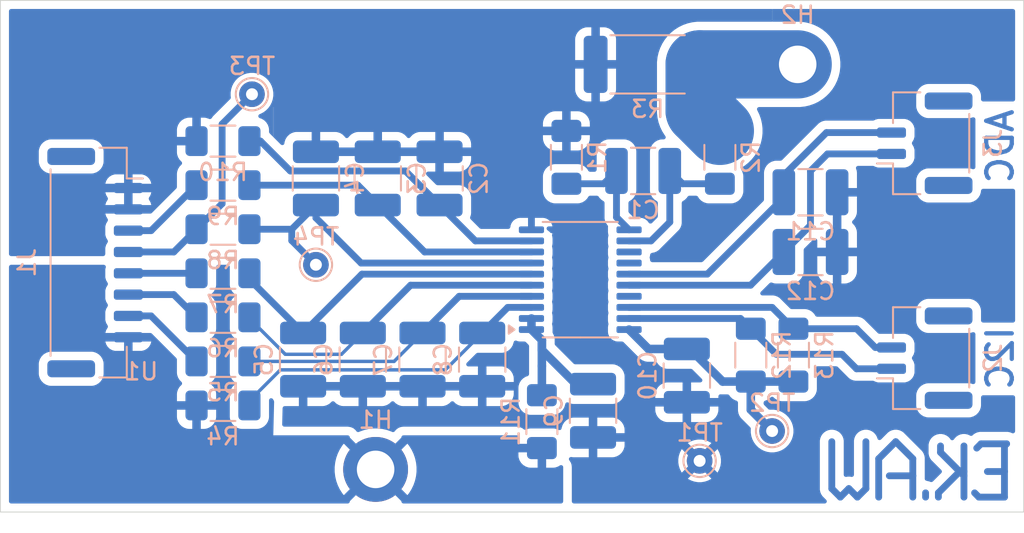
<source format=kicad_pcb>
(kicad_pcb (version 20241229) (generator "pcbnew") (generator_version "9.0")
  (layers (0 "F.Cu" signal) (2 "B.Cu" signal) (13 "F.Paste" user) (15 "B.Paste" user) (5 "F.SilkS" user "F.Silkscreen") (7 "B.SilkS" user "B.Silkscreen") (1 "F.Mask" user) (3 "B.Mask" user) (25 "Edge.Cuts" user))
  (net 0 "")
  (net 1 "BAT+")
  (net 2 "Net-(J1-Pin_3)")
  (net 3 "Net-(J1-Pin_6)")
  (net 4 "Net-(J1-Pin_5)")
  (net 5 "Net-(J1-Pin_4)")
  (net 6 "/Temperature")
  (net 7 "/Cell_voltage")
  (net 8 "GND")
  (net 9 "/3V3")
  (net 10 "Net-(U1-SENSEN)")
  (net 11 "Net-(U1-SENSEP)")
  (net 12 "Net-(U1-VC0)")
  (net 13 "Net-(U1-VC1)")
  (net 14 "Net-(U1-VC2)")
  (net 15 "Net-(U1-VC3)")
  (net 16 "Net-(U1-VC4)")
  (net 17 "Net-(U1-VC5)")
  (net 18 "Net-(U1-VC6)")
  (net 19 "Net-(U1-BAT)")
  (net 20 "BAT-")
  (net 24 "/SCL")
  (net 25 "/SDA")
  (net 26 "Net-(J1-Pin_7)")
  (footprint "Resistor_SMD:R_1206_3216Metric_Pad1.30x1.75mm_HandSolder" (layer "B.Cu") (at 159.750002 103.3 90)
    (property "Reference" "R12" (at 0 1.82 90) (layer "B.SilkS") (effects (justify mirror)))
    (property "Value" "1.2K")
    (fp_line (start 0.727064 -0.91) (end -0.727064 -0.91) (stroke (width 0.12)) (layer "B.SilkS"))
    (fp_line (start 0.727064 0.91) (end -0.727064 0.91) (stroke (width 0.12)) (layer "B.SilkS"))
    (pad "1" smd roundrect (at -1.55 0 90) (size 1.3 1.75) (layers "B.Cu" "B.Mask" "B.Paste") (roundrect_rratio 0.192308) (net 9 "/3V3"))
    (pad "2" smd roundrect (at 1.55 0 90) (size 1.3 1.75) (layers "B.Cu" "B.Mask" "B.Paste") (roundrect_rratio 0.192308) (net 24 "/SCL"))
  )
  (footprint "MountingHole:MountingHole_2.2mm_M2_DIN965_Pad" (layer "B.Cu") (at 162.500002 86.25 180)
    (property "Reference" "H2" (at 0 2.9 0) (layer "B.SilkS") (effects (justify mirror)))
    (property "Value" "MountingHole_Pad")
    (pad "1" thru_hole circle (at 0 0 180) (size 3.8 3.8) (drill 2.2) (layers "*.Cu" "*.Mask") (net 20 "BAT-"))
  )
  (footprint "Resistor_SMD:R_1206_3216Metric_Pad1.30x1.75mm_HandSolder" (layer "B.Cu") (at 157.937502 91.7 90)
    (property "Reference" "R2" (at 0 1.82 90) (layer "B.SilkS") (effects (justify mirror)))
    (property "Value" "1K")
    (fp_line (start 0.727064 -0.91) (end -0.727064 -0.91) (stroke (width 0.12)) (layer "B.SilkS"))
    (fp_line (start 0.727064 0.91) (end -0.727064 0.91) (stroke (width 0.12)) (layer "B.SilkS"))
    (pad "1" smd roundrect (at -1.55 0 90) (size 1.3 1.75) (layers "B.Cu" "B.Mask" "B.Paste") (roundrect_rratio 0.192308) (net 11 "Net-(U1-SENSEP)"))
    (pad "2" smd roundrect (at 1.55 0 90) (size 1.3 1.75) (layers "B.Cu" "B.Mask" "B.Paste") (roundrect_rratio 0.192308) (net 20 "BAT-"))
  )
  (footprint "Resistor_SMD:R_1206_3216Metric_Pad1.30x1.75mm_HandSolder" (layer "B.Cu") (at 148.937502 91.7 90)
    (property "Reference" "R1" (at 0 1.82 90) (layer "B.SilkS") (effects (justify mirror)))
    (property "Value" "1K")
    (fp_line (start 0.727064 -0.91) (end -0.727064 -0.91) (stroke (width 0.12)) (layer "B.SilkS"))
    (fp_line (start 0.727064 0.91) (end -0.727064 0.91) (stroke (width 0.12)) (layer "B.SilkS"))
    (pad "1" smd roundrect (at -1.55 0 90) (size 1.3 1.75) (layers "B.Cu" "B.Mask" "B.Paste") (roundrect_rratio 0.192308) (net 10 "Net-(U1-SENSEN)"))
    (pad "2" smd roundrect (at 1.55 0 90) (size 1.3 1.75) (layers "B.Cu" "B.Mask" "B.Paste") (roundrect_rratio 0.192308) (net 8 "GND"))
  )
  (footprint "TestPoint:TestPoint_THTPad_D1.5mm_Drill0.7mm" (layer "B.Cu") (at 134.25 98 180)
    (property "Reference" "TP4" (at 0 1.648 0) (layer "B.SilkS") (effects (justify mirror)))
    (property "Value" "TestPoint")
    (fp_circle (center 0 0) (end 0 -0.95) (stroke (width 0.12)) (fill no) (layer "B.SilkS"))
    (pad "1" thru_hole circle (at 0 0 180) (size 1.5 1.5) (drill 0.7) (layers "*.Cu" "*.Mask") (net 14 "Net-(U1-VC2)"))
  )
  (footprint "Resistor_SMD:R_1206_3216Metric_Pad1.30x1.75mm_HandSolder" (layer "B.Cu") (at 128.800002 90.75)
    (property "Reference" "R10" (at 0 1.82 0) (layer "B.SilkS") (effects (justify mirror)))
    (property "Value" "100")
    (fp_line (start 0.727064 -0.91) (end -0.727064 -0.91) (stroke (width 0.12)) (layer "B.SilkS"))
    (fp_line (start 0.727064 0.91) (end -0.727064 0.91) (stroke (width 0.12)) (layer "B.SilkS"))
    (pad "1" smd roundrect (at -1.55 0) (size 1.3 1.75) (layers "B.Cu" "B.Mask" "B.Paste") (roundrect_rratio 0.192308) (net 8 "GND"))
    (pad "2" smd roundrect (at 1.55 0) (size 1.3 1.75) (layers "B.Cu" "B.Mask" "B.Paste") (roundrect_rratio 0.192308) (net 12 "Net-(U1-VC0)"))
  )
  (footprint "Capacitor_SMD:C_1210_3225Metric_Pad1.33x2.70mm_HandSolder" (layer "B.Cu") (at 153.437502 92.5)
    (property "Reference" "C1" (at 0 2.3 0) (layer "B.SilkS") (effects (justify mirror)))
    (property "Value" "0.1u")
    (fp_line (start 0.711252 -1.36) (end -0.711252 -1.36) (stroke (width 0.12)) (layer "B.SilkS"))
    (fp_line (start 0.711252 1.36) (end -0.711252 1.36) (stroke (width 0.12)) (layer "B.SilkS"))
    (pad "1" smd roundrect (at -1.5625 0) (size 1.325 2.7) (layers "B.Cu" "B.Mask" "B.Paste") (roundrect_rratio 0.188679) (net 10 "Net-(U1-SENSEN)"))
    (pad "2" smd roundrect (at 1.5625 0) (size 1.325 2.7) (layers "B.Cu" "B.Mask" "B.Paste") (roundrect_rratio 0.188679) (net 11 "Net-(U1-SENSEP)"))
  )
  (footprint "MountingHole:MountingHole_2.2mm_M2_DIN965_Pad" (layer "B.Cu") (at 137.750002 110 180)
    (property "Reference" "H1" (at 0 2.9 0) (layer "B.SilkS") (effects (justify mirror)))
    (property "Value" "MountingHole_Pad")
    (pad "1" thru_hole circle (at 0 0 180) (size 3.8 3.8) (drill 2.2) (layers "*.Cu" "*.Mask") (net 1 "BAT+"))
  )
  (footprint "Resistor_SMD:R_1206_3216Metric_Pad1.30x1.75mm_HandSolder" (layer "B.Cu") (at 128.800002 93.333333)
    (property "Reference" "R9" (at 0 1.82 0) (layer "B.SilkS") (effects (justify mirror)))
    (property "Value" "100")
    (fp_line (start 0.727064 -0.91) (end -0.727064 -0.91) (stroke (width 0.12)) (layer "B.SilkS"))
    (fp_line (start 0.727064 0.91) (end -0.727064 0.91) (stroke (width 0.12)) (layer "B.SilkS"))
    (pad "1" smd roundrect (at -1.55 0) (size 1.3 1.75) (layers "B.Cu" "B.Mask" "B.Paste") (roundrect_rratio 0.192308) (net 2 "Net-(J1-Pin_3)"))
    (pad "2" smd roundrect (at 1.55 0) (size 1.3 1.75) (layers "B.Cu" "B.Mask" "B.Paste") (roundrect_rratio 0.192308) (net 13 "Net-(U1-VC1)"))
  )
  (footprint "Capacitor_SMD:C_1210_3225Metric_Pad1.33x2.70mm_HandSolder" (layer "B.Cu") (at 140.500002 103.5625 -90)
    (property "Reference" "C7" (at 0 2.3 90) (layer "B.SilkS") (effects (justify mirror)))
    (property "Value" "1u")
    (fp_line (start 0.711252 1.36) (end -0.711252 1.36) (stroke (width 0.12)) (layer "B.SilkS"))
    (fp_line (start 0.711252 -1.36) (end -0.711252 -1.36) (stroke (width 0.12)) (layer "B.SilkS"))
    (pad "1" smd roundrect (at -1.5625 0 270) (size 1.325 2.7) (layers "B.Cu" "B.Mask" "B.Paste") (roundrect_rratio 0.188679) (net 17 "Net-(U1-VC5)"))
    (pad "2" smd roundrect (at 1.5625 0 270) (size 1.325 2.7) (layers "B.Cu" "B.Mask" "B.Paste") (roundrect_rratio 0.188679) (net 8 "GND"))
  )
  (footprint "Capacitor_SMD:C_1210_3225Metric_Pad1.33x2.70mm_HandSolder" (layer "B.Cu") (at 137.000002 103.5625 -90)
    (property "Reference" "C6" (at 0 2.3 90) (layer "B.SilkS") (effects (justify mirror)))
    (property "Value" "1u")
    (fp_line (start 0.711252 1.36) (end -0.711252 1.36) (stroke (width 0.12)) (layer "B.SilkS"))
    (fp_line (start 0.711252 -1.36) (end -0.711252 -1.36) (stroke (width 0.12)) (layer "B.SilkS"))
    (pad "1" smd roundrect (at -1.5625 0 270) (size 1.325 2.7) (layers "B.Cu" "B.Mask" "B.Paste") (roundrect_rratio 0.188679) (net 16 "Net-(U1-VC4)"))
    (pad "2" smd roundrect (at 1.5625 0 270) (size 1.325 2.7) (layers "B.Cu" "B.Mask" "B.Paste") (roundrect_rratio 0.188679) (net 8 "GND"))
  )
  (footprint "Capacitor_SMD:C_1210_3225Metric_Pad1.33x2.70mm_HandSolder" (layer "B.Cu") (at 133.500002 103.5625 -90)
    (property "Reference" "C5" (at 0 2.3 90) (layer "B.SilkS") (effects (justify mirror)))
    (property "Value" "1u")
    (fp_line (start 0.711252 1.36) (end -0.711252 1.36) (stroke (width 0.12)) (layer "B.SilkS"))
    (fp_line (start 0.711252 -1.36) (end -0.711252 -1.36) (stroke (width 0.12)) (layer "B.SilkS"))
    (pad "1" smd roundrect (at -1.5625 0 270) (size 1.325 2.7) (layers "B.Cu" "B.Mask" "B.Paste") (roundrect_rratio 0.188679) (net 15 "Net-(U1-VC3)"))
    (pad "2" smd roundrect (at 1.5625 0 270) (size 1.325 2.7) (layers "B.Cu" "B.Mask" "B.Paste") (roundrect_rratio 0.188679) (net 8 "GND"))
  )
  (footprint "TestPoint:TestPoint_THTPad_D1.5mm_Drill0.7mm" (layer "B.Cu") (at 130.5 88 180)
    (property "Reference" "TP3" (at 0 1.648 0) (layer "B.SilkS") (effects (justify mirror)))
    (property "Value" "TestPoint")
    (fp_circle (center 0 0) (end 0 -0.95) (stroke (width 0.12)) (fill no) (layer "B.SilkS"))
    (pad "1" thru_hole circle (at 0 0 180) (size 1.5 1.5) (drill 0.7) (layers "*.Cu" "*.Mask") (net 5 "Net-(J1-Pin_4)"))
  )
  (footprint "Resistor_SMD:R_2512_6332Metric_Pad1.40x3.35mm_HandSolder" (layer "B.Cu") (at 153.7 86.25)
    (property "Reference" "R3" (at 0 2.62 0) (layer "B.SilkS") (effects (justify mirror)))
    (property "Value" "0.003")
    (fp_line (start 2.177064 -1.71) (end -2.177064 -1.71) (stroke (width 0.12)) (layer "B.SilkS"))
    (fp_line (start 2.177064 1.71) (end -2.177064 1.71) (stroke (width 0.12)) (layer "B.SilkS"))
    (pad "1" smd roundrect (at -3.05 0) (size 1.4 3.35) (layers "B.Cu" "B.Mask" "B.Paste") (roundrect_rratio 0.178571) (net 8 "GND"))
    (pad "2" smd roundrect (at 3.05 0) (size 1.4 3.35) (layers "B.Cu" "B.Mask" "B.Paste") (roundrect_rratio 0.178571) (net 20 "BAT-"))
  )
  (footprint "Resistor_SMD:R_1206_3216Metric_Pad1.30x1.75mm_HandSolder" (layer "B.Cu") (at 128.800002 103.666665)
    (property "Reference" "R5" (at 0 1.82 0) (layer "B.SilkS") (effects (justify mirror)))
    (property "Value" "100")
    (fp_line (start 0.727064 -0.91) (end -0.727064 -0.91) (stroke (width 0.12)) (layer "B.SilkS"))
    (fp_line (start 0.727064 0.91) (end -0.727064 0.91) (stroke (width 0.12)) (layer "B.SilkS"))
    (pad "1" smd roundrect (at -1.55 0) (size 1.3 1.75) (layers "B.Cu" "B.Mask" "B.Paste") (roundrect_rratio 0.192308) (net 26 "Net-(J1-Pin_7)"))
    (pad "2" smd roundrect (at 1.55 0) (size 1.3 1.75) (layers "B.Cu" "B.Mask" "B.Paste") (roundrect_rratio 0.192308) (net 17 "Net-(U1-VC5)"))
  )
  (footprint "Connector_JST:JST_GH_BM08B-GHS-TBT_1x08-1MP_P1.25mm_Vertical" (layer "B.Cu") (at 121.3 97.875 -90)
    (property "Reference" "J1" (at 0 4 90) (layer "B.SilkS") (effects (justify mirror)))
    (property "Value" "Conn_01x08_Socket")
    (fp_line (start 5.465 2.61) (end -5.465 2.61) (stroke (width 0.12)) (layer "B.SilkS"))
    (fp_line (start -6.735 -1.86) (end -6.735 -0.26) (stroke (width 0.12)) (layer "B.SilkS"))
    (fp_line (start -4.935 -1.86) (end -6.735 -1.86) (stroke (width 0.12)) (layer "B.SilkS"))
    (fp_line (start 4.935 -1.86) (end 6.735 -1.86) (stroke (width 0.12)) (layer "B.SilkS"))
    (fp_line (start 6.735 -1.86) (end 6.735 -0.26) (stroke (width 0.12)) (layer "B.SilkS"))
    (fp_line (start -4.935 -2.8) (end -4.935 -1.86) (stroke (width 0.12)) (layer "B.SilkS"))
    (pad "1" smd roundrect (at -4.375 -1.95 270) (size 0.6 1.7) (layers "B.Cu" "B.Mask" "B.Paste") (net 8 "GND"))
    (pad "2" smd roundrect (at -3.125 -1.95 270) (size 0.6 1.7) (layers "B.Cu" "B.Mask" "B.Paste") (net 8 "GND"))
    (pad "3" smd roundrect (at -1.875 -1.95 270) (size 0.6 1.7) (layers "B.Cu" "B.Mask" "B.Paste") (net 2 "Net-(J1-Pin_3)"))
    (pad "4" smd roundrect (at -0.625 -1.95 270) (size 0.6 1.7) (layers "B.Cu" "B.Mask" "B.Paste") (net 5 "Net-(J1-Pin_4)"))
    (pad "5" smd roundrect (at 0.625 -1.95 270) (size 0.6 1.7) (layers "B.Cu" "B.Mask" "B.Paste") (net 4 "Net-(J1-Pin_5)"))
    (pad "6" smd roundrect (at 1.875 -1.95 270) (size 0.6 1.7) (layers "B.Cu" "B.Mask" "B.Paste") (net 3 "Net-(J1-Pin_6)"))
    (pad "7" smd roundrect (at 3.125 -1.95 270) (size 0.6 1.7) (layers "B.Cu" "B.Mask" "B.Paste") (net 26 "Net-(J1-Pin_7)"))
    (pad "8" smd roundrect (at 4.375 -1.95 270) (size 0.6 1.7) (layers "B.Cu" "B.Mask" "B.Paste") (net 1 "BAT+"))
    (pad "MP" smd roundrect (at -6.225 1.4 270) (size 1 2.8) (layers "B.Cu" "B.Mask" "B.Paste"))
    (pad "MP" smd roundrect (at 6.225 1.4 270) (size 1 2.8) (layers "B.Cu" "B.Mask" "B.Paste"))
  )
  (footprint "Resistor_SMD:R_1206_3216Metric_Pad1.30x1.75mm_HandSolder" (layer "B.Cu") (at 128.800002 101.083332)
    (property "Reference" "R6" (at 0 1.82 0) (layer "B.SilkS") (effects (justify mirror)))
    (property "Value" "100")
    (fp_line (start 0.727064 -0.91) (end -0.727064 -0.91) (stroke (width 0.12)) (layer "B.SilkS"))
    (fp_line (start 0.727064 0.91) (end -0.727064 0.91) (stroke (width 0.12)) (layer "B.SilkS"))
    (pad "1" smd roundrect (at -1.55 0) (size 1.3 1.75) (layers "B.Cu" "B.Mask" "B.Paste") (roundrect_rratio 0.192308) (net 3 "Net-(J1-Pin_6)"))
    (pad "2" smd roundrect (at 1.55 0) (size 1.3 1.75) (layers "B.Cu" "B.Mask" "B.Paste") (roundrect_rratio 0.192308) (net 16 "Net-(U1-VC4)"))
  )
  (footprint "Resistor_SMD:R_1206_3216Metric_Pad1.30x1.75mm_HandSolder" (layer "B.Cu") (at 147.500002 107.2 -90)
    (property "Reference" "R11" (at 0 1.82 90) (layer "B.SilkS") (effects (justify mirror)))
    (property "Value" "100")
    (fp_line (start 0.727064 0.91) (end -0.727064 0.91) (stroke (width 0.12)) (layer "B.SilkS"))
    (fp_line (start 0.727064 -0.91) (end -0.727064 -0.91) (stroke (width 0.12)) (layer "B.SilkS"))
    (pad "1" smd roundrect (at -1.55 0 270) (size 1.3 1.75) (layers "B.Cu" "B.Mask" "B.Paste") (roundrect_rratio 0.192308) (net 19 "Net-(U1-BAT)"))
    (pad "2" smd roundrect (at 1.55 0 270) (size 1.3 1.75) (layers "B.Cu" "B.Mask" "B.Paste") (roundrect_rratio 0.192308) (net 1 "BAT+"))
  )
  (footprint "Capacitor_SMD:C_1210_3225Metric_Pad1.33x2.70mm_HandSolder" (layer "B.Cu") (at 163.25 97.25)
    (property "Reference" "C12" (at 0 2.3 0) (layer "B.SilkS") (effects (justify mirror)))
    (property "Value" "1u")
    (fp_line (start 0.711252 -1.36) (end -0.711252 -1.36) (stroke (width 0.12)) (layer "B.SilkS"))
    (fp_line (start 0.711252 1.36) (end -0.711252 1.36) (stroke (width 0.12)) (layer "B.SilkS"))
    (pad "1" smd roundrect (at -1.5625 0) (size 1.325 2.7) (layers "B.Cu" "B.Mask" "B.Paste") (roundrect_rratio 0.188679) (net 6 "/Temperature"))
    (pad "2" smd roundrect (at 1.5625 0) (size 1.325 2.7) (layers "B.Cu" "B.Mask" "B.Paste") (roundrect_rratio 0.188679) (net 8 "GND"))
  )
  (footprint "TestPoint:TestPoint_THTPad_D1.5mm_Drill0.7mm" (layer "B.Cu") (at 156.75 109.5 180)
    (property "Reference" "TP1" (at 0 1.648 0) (layer "B.SilkS") (effects (justify mirror)))
    (property "Value" "TestPoint")
    (fp_circle (center 0 0) (end 0 -0.95) (stroke (width 0.12)) (fill no) (layer "B.SilkS"))
    (pad "1" thru_hole circle (at 0 0 180) (size 1.5 1.5) (drill 0.7) (layers "*.Cu" "*.Mask") (net 8 "GND"))
  )
  (footprint "TestPoint:TestPoint_THTPad_D1.5mm_Drill0.7mm" (layer "B.Cu") (at 161.000002 107.75 180)
    (property "Reference" "TP2" (at 0 1.648 0) (layer "B.SilkS") (effects (justify mirror)))
    (property "Value" "TestPoint")
    (fp_circle (center 0 0) (end 0 -0.95) (stroke (width 0.12)) (fill no) (layer "B.SilkS"))
    (pad "1" thru_hole circle (at 0 0 180) (size 1.5 1.5) (drill 0.7) (layers "*.Cu" "*.Mask") (net 9 "/3V3"))
  )
  (footprint "Capacitor_SMD:C_1210_3225Metric_Pad1.33x2.70mm_HandSolder" (layer "B.Cu") (at 137.875002 92.9375 90)
    (property "Reference" "C3" (at 0 2.3 90) (layer "B.SilkS") (effects (justify mirror)))
    (property "Value" "1u")
    (fp_line (start 0.711252 -1.36) (end -0.711252 -1.36) (stroke (width 0.12)) (layer "B.SilkS"))
    (fp_line (start 0.711252 1.36) (end -0.711252 1.36) (stroke (width 0.12)) (layer "B.SilkS"))
    (pad "1" smd roundrect (at -1.5625 0 90) (size 1.325 2.7) (layers "B.Cu" "B.Mask" "B.Paste") (roundrect_rratio 0.188679) (net 13 "Net-(U1-VC1)"))
    (pad "2" smd roundrect (at 1.5625 0 90) (size 1.325 2.7) (layers "B.Cu" "B.Mask" "B.Paste") (roundrect_rratio 0.188679) (net 8 "GND"))
  )
  (footprint "Connector_JST:JST_GH_BM02B-GHS-TBT_1x02-1MP_P1.25mm_Vertical" (layer "B.Cu") (at 169.95 90.875 90)
    (property "Reference" "J3" (at 0 4 90) (layer "B.SilkS") (effects (justify mirror)))
    (property "Value" "Conn_01x02_Pin")
    (fp_line (start -1.185 -2.8) (end -1.185 -1.86) (stroke (width 0.12)) (layer "B.SilkS"))
    (fp_line (start 2.985 -1.86) (end 2.985 -0.26) (stroke (width 0.12)) (layer "B.SilkS"))
    (fp_line (start 1.185 -1.86) (end 2.985 -1.86) (stroke (width 0.12)) (layer "B.SilkS"))
    (fp_line (start -1.185 -1.86) (end -2.985 -1.86) (stroke (width 0.12)) (layer "B.SilkS"))
    (fp_line (start -2.985 -1.86) (end -2.985 -0.26) (stroke (width 0.12)) (layer "B.SilkS"))
    (fp_line (start 1.715 2.61) (end -1.715 2.61) (stroke (width 0.12)) (layer "B.SilkS"))
    (pad "1" smd roundrect (at -0.625 -1.95 90) (size 0.6 1.7) (layers "B.Cu" "B.Mask" "B.Paste") (net 6 "/Temperature"))
    (pad "2" smd roundrect (at 0.625 -1.95 90) (size 0.6 1.7) (layers "B.Cu" "B.Mask" "B.Paste") (net 7 "/Cell_voltage"))
    (pad "MP" smd roundrect (at -2.475 1.4 90) (size 1 2.8) (layers "B.Cu" "B.Mask" "B.Paste"))
    (pad "MP" smd roundrect (at 2.475 1.4 90) (size 1 2.8) (layers "B.Cu" "B.Mask" "B.Paste"))
  )
  (footprint "Capacitor_SMD:C_1210_3225Metric_Pad1.33x2.70mm_HandSolder" (layer "B.Cu") (at 141.500002 92.9375 90)
    (property "Reference" "C2" (at 0 2.3 90) (layer "B.SilkS") (effects (justify mirror)))
    (property "Value" "1u")
    (fp_line (start 0.711252 -1.36) (end -0.711252 -1.36) (stroke (width 0.12)) (layer "B.SilkS"))
    (fp_line (start 0.711252 1.36) (end -0.711252 1.36) (stroke (width 0.12)) (layer "B.SilkS"))
    (pad "1" smd roundrect (at -1.5625 0 90) (size 1.325 2.7) (layers "B.Cu" "B.Mask" "B.Paste") (roundrect_rratio 0.188679) (net 12 "Net-(U1-VC0)"))
    (pad "2" smd roundrect (at 1.5625 0 90) (size 1.325 2.7) (layers "B.Cu" "B.Mask" "B.Paste") (roundrect_rratio 0.188679) (net 8 "GND"))
  )
  (footprint "Capacitor_SMD:C_1210_3225Metric_Pad1.33x2.70mm_HandSolder" (layer "B.Cu") (at 156.000002 104.5 -90)
    (property "Reference" "C10" (at 0 2.3 90) (layer "B.SilkS") (effects (justify mirror)))
    (property "Value" "4.7u")
    (fp_line (start 0.711252 1.36) (end -0.711252 1.36) (stroke (width 0.12)) (layer "B.SilkS"))
    (fp_line (start 0.711252 -1.36) (end -0.711252 -1.36) (stroke (width 0.12)) (layer "B.SilkS"))
    (pad "1" smd roundrect (at -1.5625 0 270) (size 1.325 2.7) (layers "B.Cu" "B.Mask" "B.Paste") (roundrect_rratio 0.188679) (net 9 "/3V3"))
    (pad "2" smd roundrect (at 1.5625 0 270) (size 1.325 2.7) (layers "B.Cu" "B.Mask" "B.Paste") (roundrect_rratio 0.188679) (net 8 "GND"))
  )
  (footprint "Resistor_SMD:R_1206_3216Metric_Pad1.30x1.75mm_HandSolder" (layer "B.Cu") (at 128.800002 95.916666)
    (property "Reference" "R8" (at 0 1.82 0) (layer "B.SilkS") (effects (justify mirror)))
    (property "Value" "100")
    (fp_line (start 0.727064 -0.91) (end -0.727064 -0.91) (stroke (width 0.12)) (layer "B.SilkS"))
    (fp_line (start 0.727064 0.91) (end -0.727064 0.91) (stroke (width 0.12)) (layer "B.SilkS"))
    (pad "1" smd roundrect (at -1.55 0) (size 1.3 1.75) (layers "B.Cu" "B.Mask" "B.Paste") (roundrect_rratio 0.192308) (net 5 "Net-(J1-Pin_4)"))
    (pad "2" smd roundrect (at 1.55 0) (size 1.3 1.75) (layers "B.Cu" "B.Mask" "B.Paste") (roundrect_rratio 0.192308) (net 14 "Net-(U1-VC2)"))
  )
  (footprint "Resistor_SMD:R_1206_3216Metric_Pad1.30x1.75mm_HandSolder" (layer "B.Cu") (at 128.800002 98.499999)
    (property "Reference" "R7" (at 0 1.82 0) (layer "B.SilkS") (effects (justify mirror)))
    (property "Value" "100")
    (fp_line (start 0.727064 -0.91) (end -0.727064 -0.91) (stroke (width 0.12)) (layer "B.SilkS"))
    (fp_line (start 0.727064 0.91) (end -0.727064 0.91) (stroke (width 0.12)) (layer "B.SilkS"))
    (pad "1" smd roundrect (at -1.55 0) (size 1.3 1.75) (layers "B.Cu" "B.Mask" "B.Paste") (roundrect_rratio 0.192308) (net 4 "Net-(J1-Pin_5)"))
    (pad "2" smd roundrect (at 1.55 0) (size 1.3 1.75) (layers "B.Cu" "B.Mask" "B.Paste") (roundrect_rratio 0.192308) (net 15 "Net-(U1-VC3)"))
  )
  (footprint "Connector_JST:JST_GH_BM02B-GHS-TBT_1x02-1MP_P1.25mm_Vertical" (layer "B.Cu") (at 169.95 103.475 90)
    (property "Reference" "J2" (at 0 4 90) (layer "B.SilkS") (effects (justify mirror)))
    (property "Value" "Conn_01x02_Pin")
    (fp_line (start -1.185 -2.8) (end -1.185 -1.86) (stroke (width 0.12)) (layer "B.SilkS"))
    (fp_line (start 2.985 -1.86) (end 2.985 -0.26) (stroke (width 0.12)) (layer "B.SilkS"))
    (fp_line (start 1.185 -1.86) (end 2.985 -1.86) (stroke (width 0.12)) (layer "B.SilkS"))
    (fp_line (start -1.185 -1.86) (end -2.985 -1.86) (stroke (width 0.12)) (layer "B.SilkS"))
    (fp_line (start -2.985 -1.86) (end -2.985 -0.26) (stroke (width 0.12)) (layer "B.SilkS"))
    (fp_line (start 1.715 2.61) (end -1.715 2.61) (stroke (width 0.12)) (layer "B.SilkS"))
    (pad "1" smd roundrect (at -0.625 -1.95 90) (size 0.6 1.7) (layers "B.Cu" "B.Mask" "B.Paste") (net 24 "/SCL"))
    (pad "2" smd roundrect (at 0.625 -1.95 90) (size 0.6 1.7) (layers "B.Cu" "B.Mask" "B.Paste") (net 25 "/SDA"))
    (pad "MP" smd roundrect (at -2.475 1.4 90) (size 1 2.8) (layers "B.Cu" "B.Mask" "B.Paste"))
    (pad "MP" smd roundrect (at 2.475 1.4 90) (size 1 2.8) (layers "B.Cu" "B.Mask" "B.Paste"))
  )
  (footprint "Capacitor_SMD:C_1210_3225Metric_Pad1.33x2.70mm_HandSolder" (layer "B.Cu") (at 150.5 106.5625 -90)
    (property "Reference" "C9" (at 0 2.3 90) (layer "B.SilkS") (effects (justify mirror)))
    (property "Value" "10u")
    (fp_line (start 0.711252 1.36) (end -0.711252 1.36) (stroke (width 0.12)) (layer "B.SilkS"))
    (fp_line (start 0.711252 -1.36) (end -0.711252 -1.36) (stroke (width 0.12)) (layer "B.SilkS"))
    (pad "1" smd roundrect (at -1.5625 0 270) (size 1.325 2.7) (layers "B.Cu" "B.Mask" "B.Paste") (roundrect_rratio 0.188679) (net 19 "Net-(U1-BAT)"))
    (pad "2" smd roundrect (at 1.5625 0 270) (size 1.325 2.7) (layers "B.Cu" "B.Mask" "B.Paste") (roundrect_rratio 0.188679) (net 8 "GND"))
  )
  (footprint "Capacitor_SMD:C_1210_3225Metric_Pad1.33x2.70mm_HandSolder" (layer "B.Cu") (at 163.25 93.75)
    (property "Reference" "C11" (at 0 2.3 0) (layer "B.SilkS") (effects (justify mirror)))
    (property "Value" "0.5u")
    (fp_line (start 0.711252 -1.36) (end -0.711252 -1.36) (stroke (width 0.12)) (layer "B.SilkS"))
    (fp_line (start 0.711252 1.36) (end -0.711252 1.36) (stroke (width 0.12)) (layer "B.SilkS"))
    (pad "1" smd roundrect (at -1.5625 0) (size 1.325 2.7) (layers "B.Cu" "B.Mask" "B.Paste") (roundrect_rratio 0.188679) (net 7 "/Cell_voltage"))
    (pad "2" smd roundrect (at 1.5625 0) (size 1.325 2.7) (layers "B.Cu" "B.Mask" "B.Paste") (roundrect_rratio 0.188679) (net 8 "GND"))
  )
  (footprint "Capacitor_SMD:C_1210_3225Metric_Pad1.33x2.70mm_HandSolder" (layer "B.Cu") (at 134.250002 92.9375 90)
    (property "Reference" "C4" (at 0 2.3 90) (layer "B.SilkS") (effects (justify mirror)))
    (property "Value" "1u")
    (fp_line (start 0.711252 -1.36) (end -0.711252 -1.36) (stroke (width 0.12)) (layer "B.SilkS"))
    (fp_line (start 0.711252 1.36) (end -0.711252 1.36) (stroke (width 0.12)) (layer "B.SilkS"))
    (pad "1" smd roundrect (at -1.5625 0 90) (size 1.325 2.7) (layers "B.Cu" "B.Mask" "B.Paste") (roundrect_rratio 0.188679) (net 14 "Net-(U1-VC2)"))
    (pad "2" smd roundrect (at 1.5625 0 90) (size 1.325 2.7) (layers "B.Cu" "B.Mask" "B.Paste") (roundrect_rratio 0.188679) (net 8 "GND"))
  )
  (footprint "Resistor_SMD:R_1206_3216Metric_Pad1.30x1.75mm_HandSolder" (layer "B.Cu") (at 162.250002 103.3 90)
    (property "Reference" "R13" (at 0 1.82 90) (layer "B.SilkS") (effects (justify mirror)))
    (property "Value" "1.2K")
    (fp_line (start 0.727064 -0.91) (end -0.727064 -0.91) (stroke (width 0.12)) (layer "B.SilkS"))
    (fp_line (start 0.727064 0.91) (end -0.727064 0.91) (stroke (width 0.12)) (layer "B.SilkS"))
    (pad "1" smd roundrect (at -1.55 0 90) (size 1.3 1.75) (layers "B.Cu" "B.Mask" "B.Paste") (roundrect_rratio 0.192308) (net 9 "/3V3"))
    (pad "2" smd roundrect (at 1.55 0 90) (size 1.3 1.75) (layers "B.Cu" "B.Mask" "B.Paste") (roundrect_rratio 0.192308) (net 25 "/SDA"))
  )
  (footprint "Capacitor_SMD:C_1210_3225Metric_Pad1.33x2.70mm_HandSolder" (layer "B.Cu") (at 144.000002 103.5625 -90)
    (property "Reference" "C8" (at 0 2.3 90) (layer "B.SilkS") (effects (justify mirror)))
    (property "Value" "1u")
    (fp_line (start 0.711252 1.36) (end -0.711252 1.36) (stroke (width 0.12)) (layer "B.SilkS"))
    (fp_line (start 0.711252 -1.36) (end -0.711252 -1.36) (stroke (width 0.12)) (layer "B.SilkS"))
    (pad "1" smd roundrect (at -1.5625 0 270) (size 1.325 2.7) (layers "B.Cu" "B.Mask" "B.Paste") (roundrect_rratio 0.188679) (net 18 "Net-(U1-VC6)"))
    (pad "2" smd roundrect (at 1.5625 0 270) (size 1.325 2.7) (layers "B.Cu" "B.Mask" "B.Paste") (roundrect_rratio 0.188679) (net 8 "GND"))
  )
  (footprint "Resistor_SMD:R_1206_3216Metric_Pad1.30x1.75mm_HandSolder" (layer "B.Cu") (at 128.800002 106.25)
    (property "Reference" "R4" (at 0 1.82 0) (layer "B.SilkS") (effects (justify mirror)))
    (property "Value" "100")
    (fp_line (start 0.727064 -0.91) (end -0.727064 -0.91) (stroke (width 0.12)) (layer "B.SilkS"))
    (fp_line (start 0.727064 0.91) (end -0.727064 0.91) (stroke (width 0.12)) (layer "B.SilkS"))
    (pad "1" smd roundrect (at -1.55 0) (size 1.3 1.75) (layers "B.Cu" "B.Mask" "B.Paste") (roundrect_rratio 0.192308) (net 1 "BAT+"))
    (pad "2" smd roundrect (at 1.55 0) (size 1.3 1.75) (layers "B.Cu" "B.Mask" "B.Paste") (roundrect_rratio 0.192308) (net 18 "Net-(U1-VC6)"))
  )
  (footprint "Package_SO:TSSOP-20_4.4x6.5mm_P0.65mm" (layer "B.Cu") (at 149.750002 98.875)
    (property "Reference" "U1" (at -25.75 5.3875 0) (layer "B.SilkS") (effects (justify mirror)))
    (property "Value" "BQ76925PW")
    (fp_line (start -2.2 -3.385) (end 0 -3.385) (stroke (width 0.12)) (layer "B.SilkS"))
    (fp_line (start -2.2 3.385) (end 0 3.385) (stroke (width 0.12)) (layer "B.SilkS"))
    (fp_line (start 2.2 -3.385) (end 0 -3.385) (stroke (width 0.12)) (layer "B.SilkS"))
    (fp_line (start 2.2 3.385) (end 0 3.385) (stroke (width 0.12)) (layer "B.SilkS"))
    (fp_poly (pts (xy -3.86 2.925) (xy -4.19 3.165) (xy -4.19 2.685) (xy -3.86 2.925)) (stroke (width 0.12)) (fill yes) (layer "B.SilkS"))
    (pad "1" smd roundrect (at -2.8625 2.925) (size 1.475 0.4) (layers "B.Cu" "B.Mask" "B.Paste") (net 19 "Net-(U1-BAT)"))
    (pad "2" smd roundrect (at -2.8625 2.275) (size 1.475 0.4) (layers "B.Cu" "B.Mask" "B.Paste") (net 19 "Net-(U1-BAT)"))
    (pad "3" smd roundrect (at -2.8625 1.625) (size 1.475 0.4) (layers "B.Cu" "B.Mask" "B.Paste") (net 18 "Net-(U1-VC6)"))
    (pad "4" smd roundrect (at -2.8625 0.975) (size 1.475 0.4) (layers "B.Cu" "B.Mask" "B.Paste") (net 17 "Net-(U1-VC5)"))
    (pad "5" smd roundrect (at -2.8625 0.325) (size 1.475 0.4) (layers "B.Cu" "B.Mask" "B.Paste") (net 16 "Net-(U1-VC4)"))
    (pad "6" smd roundrect (at -2.8625 -0.325) (size 1.475 0.4) (layers "B.Cu" "B.Mask" "B.Paste") (net 15 "Net-(U1-VC3)"))
    (pad "7" smd roundrect (at -2.8625 -0.975) (size 1.475 0.4) (layers "B.Cu" "B.Mask" "B.Paste") (net 14 "Net-(U1-VC2)"))
    (pad "8" smd roundrect (at -2.8625 -1.625) (size 1.475 0.4) (layers "B.Cu" "B.Mask" "B.Paste") (net 13 "Net-(U1-VC1)"))
    (pad "9" smd roundrect (at -2.8625 -2.275) (size 1.475 0.4) (layers "B.Cu" "B.Mask" "B.Paste") (net 12 "Net-(U1-VC0)"))
    (pad "10" smd roundrect (at -2.8625 -2.925) (size 1.475 0.4) (layers "B.Cu" "B.Mask" "B.Paste") (net 8 "GND"))
    (pad "11" smd roundrect (at 2.8625 -2.925) (size 1.475 0.4) (layers "B.Cu" "B.Mask" "B.Paste") (net 10 "Net-(U1-SENSEN)"))
    (pad "12" smd roundrect (at 2.8625 -2.275) (size 1.475 0.4) (layers "B.Cu" "B.Mask" "B.Paste") (net 11 "Net-(U1-SENSEP)"))
    (pad "13" smd roundrect (at 2.8625 -1.625) (size 1.475 0.4) (layers "B.Cu" "B.Mask" "B.Paste"))
    (pad "14" smd roundrect (at 2.8625 -0.975) (size 1.475 0.4) (layers "B.Cu" "B.Mask" "B.Paste"))
    (pad "15" smd roundrect (at 2.8625 -0.325) (size 1.475 0.4) (layers "B.Cu" "B.Mask" "B.Paste") (net 7 "/Cell_voltage"))
    (pad "16" smd roundrect (at 2.8625 0.325) (size 1.475 0.4) (layers "B.Cu" "B.Mask" "B.Paste") (net 6 "/Temperature"))
    (pad "17" smd roundrect (at 2.8625 0.975) (size 1.475 0.4) (layers "B.Cu" "B.Mask" "B.Paste"))
    (pad "18" smd roundrect (at 2.8625 1.625) (size 1.475 0.4) (layers "B.Cu" "B.Mask" "B.Paste") (net 25 "/SDA"))
    (pad "19" smd roundrect (at 2.8625 2.275) (size 1.475 0.4) (layers "B.Cu" "B.Mask" "B.Paste") (net 24 "/SCL"))
    (pad "20" smd roundrect (at 2.8625 2.925) (size 1.475 0.4) (layers "B.Cu" "B.Mask" "B.Paste") (net 9 "/3V3"))
  )
  (gr_rect (start 115.75 82.5) (end 175.75 112.5) (stroke (width 0.05)) (fill no) (layer "Edge.Cuts"))
  (gr_text "ADC" (at 175.25 88.75 90) (layer "B.Cu") (effects (font (size 1.5 1.5) (thickness 0.25) (bold yes)) (justify left bottom mirror)))
  (gr_text "I2C" (at 175.25 101.5 90) (layer "B.Cu") (effects (font (size 1.5 1.5) (thickness 0.25) (bold yes)) (justify left bottom mirror)))
  (segment (start 169.25 110.375) (end 169.25 109.375) (width 0.4) (layer "B.Cu") (net 0))
  (segment (start 169.25 109.375) (end 168.25 108.375) (width 0.4) (layer "B.Cu") (net 0))
  (segment (start 170 111.625) (end 170 111.375) (width 0.4) (layer "B.Cu") (net 0))
  (segment (start 169.25 111.625) (end 169.25 110.375) (width 0.4) (layer "B.Cu") (net 0))
  (segment (start 174.625 111.625) (end 173.125 111.625) (width 0.4) (layer "B.Cu") (net 0))
  (segment (start 166.5 111.125) (end 166.5 108.375) (width 0.4) (layer "B.Cu") (net 0))
  (segment (start 172 110.125) (end 170.75 111.375) (width 0.4) (layer "B.Cu") (net 0))
  (segment (start 170.75 111.375) (end 170.75 111.625) (width 0.4) (layer "B.Cu") (net 0))
  (segment (start 168.25 108.375) (end 167.25 109.375) (width 0.4) (layer "B.Cu") (net 0))
  (segment (start 172.25 110.125) (end 172.25 108.625) (width 0.4) (layer "B.Cu") (net 0))
  (segment (start 172.25 111.625) (end 172.25 110.125) (width 0.4) (layer "B.Cu") (net 0))
  (segment (start 174.625 110.125) (end 174.625 111.625) (width 0.4) (layer "B.Cu") (net 0))
  (segment (start 167.25 109.375) (end 167.25 111.625) (width 0.4) (layer "B.Cu") (net 0))
  (segment (start 174.625 110.125) (end 174.625 108.625) (width 0.4) (layer "B.Cu") (net 0))
  (segment (start 173.25 108.5) (end 173 108.75) (width 0.4) (layer "B.Cu") (net 0))
  (segment (start 165.5 111.125) (end 166 111.625) (width 0.4) (layer "B.Cu") (net 0))
  (segment (start 173.125 111.625) (end 172.875 111.375) (width 0.4) (layer "B.Cu") (net 0))
  (segment (start 164.5 108.375) (end 164.5 111.125) (width 0.4) (layer "B.Cu") (net 0))
  (segment (start 165 111.625) (end 165.5 111.125) (width 0.4) (layer "B.Cu") (net 0))
  (segment (start 169.25 110.375) (end 167.875 110.375) (width 0.4) (layer "B.Cu") (net 0))
  (segment (start 166 111.625) (end 166.5 111.125) (width 0.4) (layer "B.Cu") (net 0))
  (segment (start 174.75 108.5) (end 173.25 108.5) (width 0.4) (layer "B.Cu") (net 0))
  (segment (start 164.5 111.125) (end 165 111.625) (width 0.4) (layer "B.Cu") (net 0))
  (segment (start 174.625 108.625) (end 174.75 108.5) (width 0.4) (layer "B.Cu") (net 0))
  (segment (start 172.25 110.375) (end 172 110.125) (width 0.4) (layer "B.Cu") (net 0))
  (segment (start 172 110.125) (end 170.875 109) (width 0.4) (layer "B.Cu") (net 0))
  (segment (start 170.875 109) (end 170.875 108.625) (width 0.4) (layer "B.Cu") (net 0))
  (segment (start 174.625 110.125) (end 173.625 110.125) (width 0.4) (layer "B.Cu") (net 0))
  (segment (start 124.583335 96) (end 123.25 96) (width 0.4) (layer "B.Cu") (net 2))
  (segment (start 127.250002 93.333333) (end 124.583335 96) (width 0.4) (layer "B.Cu") (net 2))
  (segment (start 123.25 99.75) (end 125.91667 99.75) (width 0.4) (layer "B.Cu") (net 3))
  (segment (start 125.91667 99.75) (end 127.250002 101.083332) (width 0.4) (layer "B.Cu") (net 3))
  (segment (start 127.250002 98.499999) (end 123.250001 98.499999) (width 0.4) (layer "B.Cu") (net 4))
  (segment (start 123.250001 98.499999) (end 123.25 98.5) (width 0.4) (layer "B.Cu") (net 4))
  (segment (start 127.250002 95.916666) (end 125.916668 97.25) (width 0.4) (layer "B.Cu") (net 5))
  (segment (start 128.75 94.416668) (end 128.75 89.75) (width 0.4) (layer "B.Cu") (net 5))
  (segment (start 127.250002 95.916666) (end 128.75 94.416668) (width 0.4) (layer "B.Cu") (net 5))
  (segment (start 128.75 89.75) (end 130.5 88) (width 0.4) (layer "B.Cu") (net 5))
  (segment (start 125.916668 97.25) (end 123.25 97.25) (width 0.4) (layer "B.Cu") (net 5))
  (segment (start 164.25 91.5) (end 168 91.5) (width 0.4) (layer "B.Cu") (net 6))
  (segment (start 159.7375 99.2) (end 161.6875 97.25) (width 0.4) (layer "B.Cu") (net 6))
  (segment (start 152.612502 99.2) (end 159.7375 99.2) (width 0.4) (layer "B.Cu") (net 6))
  (segment (start 163.25 92.5) (end 164.25 91.5) (width 0.4) (layer "B.Cu") (net 6))
  (segment (start 161.6875 97.25) (end 163.25 95.6875) (width 0.4) (layer "B.Cu") (net 6))
  (segment (start 163.25 95.6875) (end 163.25 92.5) (width 0.4) (layer "B.Cu") (net 6))
  (segment (start 152.612502 98.55) (end 157.2 98.55) (width 0.4) (layer "B.Cu") (net 7))
  (segment (start 157.2 98.55) (end 161.6875 94.0625) (width 0.4) (layer "B.Cu") (net 7))
  (segment (start 161.6875 92.75) (end 164.1875 90.25) (width 0.4) (layer "B.Cu") (net 7))
  (segment (start 161.6875 94.0625) (end 161.6875 92.75) (width 0.4) (layer "B.Cu") (net 7))
  (segment (start 164.1875 90.25) (end 168 90.25) (width 0.4) (layer "B.Cu") (net 7))
  (segment (start 159.750002 106.5) (end 161.000002 107.75) (width 0.5) (layer "B.Cu") (net 9))
  (segment (start 156.187502 102.9375) (end 158.100002 104.85) (width 0.5) (layer "B.Cu") (net 9))
  (segment (start 159.750002 104.85) (end 159.750002 106.5) (width 0.5) (layer "B.Cu") (net 9))
  (segment (start 156.000002 102.9375) (end 156.187502 102.9375) (width 0.5) (layer "B.Cu") (net 9))
  (segment (start 158.100002 104.85) (end 159.750002 104.85) (width 0.5) (layer "B.Cu") (net 9))
  (segment (start 156.000002 102.9375) (end 153.750002 102.9375) (width 0.5) (layer "B.Cu") (net 9))
  (segment (start 159.750002 104.85) (end 162.250002 104.85) (width 0.5) (layer "B.Cu") (net 9))
  (segment (start 153.750002 102.9375) (end 152.612502 101.8) (width 0.5) (layer "B.Cu") (net 9))
  (segment (start 152.612502 95.95) (end 151.875002 95.2125) (width 0.4) (layer "B.Cu") (net 10))
  (segment (start 151.875002 95.2125) (end 151.875002 92.5) (width 0.4) (layer "B.Cu") (net 10))
  (segment (start 151.125002 93.25) (end 151.875002 92.5) (width 0.4) (layer "B.Cu") (net 10))
  (segment (start 148.937502 93.25) (end 151.125002 93.25) (width 0.4) (layer "B.Cu") (net 10))
  (segment (start 155.750002 93.25) (end 157.937502 93.25) (width 0.4) (layer "B.Cu") (net 11))
  (segment (start 153.9 96.6) (end 152.612502 96.6) (width 0.4) (layer "B.Cu") (net 11))
  (segment (start 155.000002 95.499998) (end 153.9 96.6) (width 0.4) (layer "B.Cu") (net 11))
  (segment (start 155.000002 92.5) (end 155.000002 95.499998) (width 0.4) (layer "B.Cu") (net 11))
  (segment (start 155.000002 92.5) (end 155.750002 93.25) (width 0.4) (layer "B.Cu") (net 11))
  (segment (start 139.500002 92.5) (end 141.500002 94.5) (width 0.4) (layer "B.Cu") (net 12))
  (segment (start 131.000002 90.75) (end 132.750002 92.5) (width 0.4) (layer "B.Cu") (net 12))
  (segment (start 141.500002 94.5) (end 143.600002 96.6) (width 0.4) (layer "B.Cu") (net 12))
  (segment (start 132.750002 92.5) (end 139.500002 92.5) (width 0.4) (layer "B.Cu") (net 12))
  (segment (start 130.350002 90.75) (end 131.000002 90.75) (width 0.4) (layer "B.Cu") (net 12))
  (segment (start 143.600002 96.6) (end 146.887502 96.6) (width 0.4) (layer "B.Cu") (net 12))
  (segment (start 136.708335 93.333333) (end 137.875002 94.5) (width 0.4) (layer "B.Cu") (net 13))
  (segment (start 137.875002 94.5) (end 140.625002 97.25) (width 0.4) (layer "B.Cu") (net 13))
  (segment (start 130.350002 93.333333) (end 136.708335 93.333333) (width 0.4) (layer "B.Cu") (net 13))
  (segment (start 140.625002 97.25) (end 146.887502 97.25) (width 0.4) (layer "B.Cu") (net 13))
  (segment (start 132.833336 96.583336) (end 134.25 98) (width 0.4) (layer "B.Cu") (net 14))
  (segment (start 134.250002 94.5) (end 134.250002 95.250002) (width 0.4) (layer "B.Cu") (net 14))
  (segment (start 132.833336 95.916666) (end 132.833336 96.583336) (width 0.4) (layer "B.Cu") (net 14))
  (segment (start 132.833336 95.916666) (end 134.250002 94.5) (width 0.4) (layer "B.Cu") (net 14))
  (segment (start 130.350002 95.916666) (end 132.833336 95.916666) (width 0.4) (layer "B.Cu") (net 14))
  (segment (start 134.250002 95.250002) (end 136.9 97.9) (width 0.4) (layer "B.Cu") (net 14))
  (segment (start 136.9 97.9) (end 146.887502 97.9) (width 0.4) (layer "B.Cu") (net 14))
  (segment (start 136.876121 98.623881) (end 133.500002 102) (width 0.4) (layer "B.Cu") (net 15))
  (segment (start 136.950002 98.55) (end 136.876121 98.623881) (width 0.4) (layer "B.Cu") (net 15))
  (segment (start 146.887502 98.55) (end 136.950002 98.55) (width 0.4) (layer "B.Cu") (net 15))
  (segment (start 133.675002 101.825) (end 133.750002 101.899999) (width 0.4) (layer "B.Cu") (net 15))
  (segment (start 130.350002 98.85) (end 133.500002 102) (width 0.4) (layer "B.Cu") (net 15))
  (segment (start 130.350002 98.499999) (end 130.350002 98.85) (width 0.4) (layer "B.Cu") (net 15))
  (segment (start 130.350002 101.147244) (end 132.452758 103.25) (width 0.2) (layer "B.Cu") (net 16))
  (segment (start 130.350002 101.083332) (end 130.350002 101.147244) (width 0.4) (layer "B.Cu") (net 16))
  (segment (start 137.000002 102) (end 139.800002 99.2) (width 0.4) (layer "B.Cu") (net 16))
  (segment (start 135.750002 103.25) (end 137.000002 102) (width 0.2) (layer "B.Cu") (net 16))
  (segment (start 132.452758 103.25) (end 135.750002 103.25) (width 0.2) (layer "B.Cu") (net 16))
  (segment (start 130.350002 101.083332) (end 130.350002 101.647244) (width 0.4) (layer "B.Cu") (net 16))
  (segment (start 139.800002 99.2) (end 146.887502 99.2) (width 0.4) (layer "B.Cu") (net 16))
  (segment (start 130.350002 103.666665) (end 138.833337 103.666665) (width 0.2) (layer "B.Cu") (net 17))
  (segment (start 138.833337 103.666665) (end 140.500002 102) (width 0.2) (layer "B.Cu") (net 17))
  (segment (start 140.500002 102) (end 142.650002 99.85) (width 0.4) (layer "B.Cu") (net 17))
  (segment (start 142.650002 99.85) (end 146.887502 99.85) (width 0.4) (layer "B.Cu") (net 17))
  (segment (start 132.165258 104.1625) (end 141.837502 104.1625) (width 0.2) (layer "B.Cu") (net 18))
  (segment (start 141.837502 104.1625) (end 144.000002 102) (width 0.2) (layer "B.Cu") (net 18))
  (segment (start 130.350002 106.25) (end 130.350002 105.977756) (width 0.4) (layer "B.Cu") (net 18))
  (segment (start 145.500002 100.5) (end 146.887502 100.5) (width 0.4) (layer "B.Cu") (net 18))
  (segment (start 130.350002 105.977756) (end 132.165258 104.1625) (width 0.2) (layer "B.Cu") (net 18))
  (segment (start 144.000002 102) (end 145.500002 100.5) (width 0.4) (layer "B.Cu") (net 18))
  (segment (start 147.500002 102.4125) (end 146.887502 101.8) (width 0.5) (layer "B.Cu") (net 19))
  (segment (start 146.887502 101.15) (end 146.887502 101.8) (width 0.5) (layer "B.Cu") (net 19))
  (segment (start 147.500002 105.65) (end 147.500002 103.9375) (width 0.5) (layer "B.Cu") (net 19))
  (segment (start 147.500002 103.000002) (end 147.500002 102.4125) (width 0.5) (layer "B.Cu") (net 19))
  (segment (start 147.500002 103.9375) (end 147.500002 102.4125) (width 0.5) (layer "B.Cu") (net 19))
  (segment (start 149.5 105) (end 147.500002 103.000002) (width 0.5) (layer "B.Cu") (net 19))
  (segment (start 150.5 105) (end 149.5 105) (width 0.5) (layer "B.Cu") (net 19))
  (segment (start 156.75 86.25) (end 156.75 88.962498) (width 4) (layer "B.Cu") (net 20))
  (segment (start 162.500002 86.25) (end 156.75 86.25) (width 4) (layer "B.Cu") (net 20))
  (segment (start 156.75 88.962498) (end 157.937502 90.15) (width 4) (layer "B.Cu") (net 20))
  (segment (start 165.950001 104.1) (end 168 104.1) (width 0.4) (layer "B.Cu") (net 24))
  (segment (start 152.612502 101.15) (end 159.150002 101.15) (width 0.4) (layer "B.Cu") (net 24))
  (segment (start 159.150002 101.15) (end 159.750002 101.75) (width 0.4) (layer "B.Cu") (net 24))
  (segment (start 161.250002 103.25) (end 165.100001 103.25) (width 0.4) (layer "B.Cu") (net 24))
  (segment (start 165.100001 103.25) (end 165.950001 104.1) (width 0.4) (layer "B.Cu") (net 24))
  (segment (start 159.750002 101.75) (end 161.250002 103.25) (width 0.4) (layer "B.Cu") (net 24))
  (segment (start 162.250002 101.75) (end 165.95 101.75) (width 0.4) (layer "B.Cu") (net 25))
  (segment (start 161.000002 100.5) (end 162.250002 101.75) (width 0.4) (layer "B.Cu") (net 25))
  (segment (start 167.05 102.85) (end 168 102.85) (width 0.4) (layer "B.Cu") (net 25))
  (segment (start 165.95 101.75) (end 167.05 102.85) (width 0.4) (layer "B.Cu") (net 25))
  (segment (start 152.612502 100.5) (end 161.000002 100.5) (width 0.4) (layer "B.Cu") (net 25))
  (segment (start 123.25 101) (end 124.583337 101) (width 0.4) (layer "B.Cu") (net 26))
  (segment (start 124.583337 101) (end 127.250002 103.666665) (width 0.4) (layer "B.Cu") (net 26))
  (zone (net 8) (net_name "GND") (layer "B.Cu") (priority 1) (connect_pads (clearance 0.5)) (min_thickness 0.25) (fill yes (thermal_gap 0.5) (thermal_bridge_width 0.5))
    (polygon (pts (xy 161.000002 82.5) (xy 115.750002 82.5) (xy 115.750002 98) (xy 131.750002 98) (xy 131.750002 88.75) (xy 161.000002 88.75)))
  )
  (zone (net 8) (net_name "GND") (layer "B.Cu") (connect_pads (clearance 0.5)) (min_thickness 0.25) (fill yes (thermal_gap 0.5) (thermal_bridge_width 0.5))
    (polygon (pts (xy 175.701305 112.5) (xy 175.701305 82.5) (xy 160.951307 82.5) (xy 160.951307 88.75) (xy 131.75 88.75) (xy 131.750002 108) (xy 148.701307 108) (xy 148.701307 112.5)))
  )
  (zone (net 1) (net_name "BAT+") (layer "B.Cu") (priority 2) (connect_pads (clearance 0.5)) (min_thickness 0.25) (fill yes (thermal_gap 0.5) (thermal_bridge_width 0.5))
    (polygon (pts (xy 148.750002 108) (xy 148.750002 112.5) (xy 115.750002 112.5) (xy 116.000002 98) (xy 132.000002 98) (xy 131.750002 108)))
  )
)
</source>
